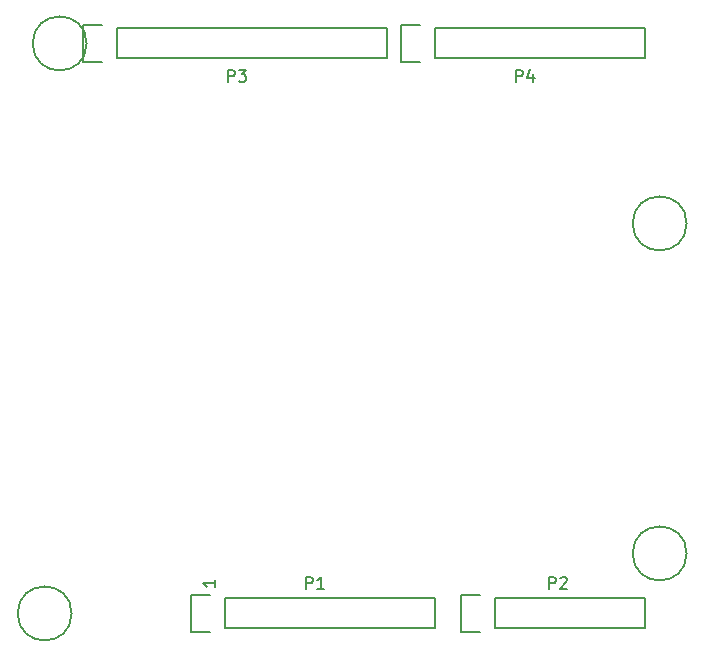
<source format=gbr>
G04 #@! TF.GenerationSoftware,KiCad,Pcbnew,(5.0.0)*
G04 #@! TF.CreationDate,2018-10-08T08:30:27+02:00*
G04 #@! TF.ProjectId,testCours,74657374436F7572732E6B696361645F,rev?*
G04 #@! TF.SameCoordinates,Original*
G04 #@! TF.FileFunction,Legend,Top*
G04 #@! TF.FilePolarity,Positive*
%FSLAX46Y46*%
G04 Gerber Fmt 4.6, Leading zero omitted, Abs format (unit mm)*
G04 Created by KiCad (PCBNEW (5.0.0)) date 10/08/18 08:30:27*
%MOMM*%
%LPD*%
G01*
G04 APERTURE LIST*
%ADD10C,0.150000*%
G04 APERTURE END LIST*
D10*
X139390380Y-120999285D02*
X139390380Y-121570714D01*
X139390380Y-121285000D02*
X138390380Y-121285000D01*
X138533238Y-121380238D01*
X138628476Y-121475476D01*
X138676095Y-121570714D01*
G04 #@! TO.C,P1*
X140208000Y-125095000D02*
X157988000Y-125095000D01*
X157988000Y-125095000D02*
X157988000Y-122555000D01*
X157988000Y-122555000D02*
X140208000Y-122555000D01*
X137388000Y-125375000D02*
X138938000Y-125375000D01*
X140208000Y-125095000D02*
X140208000Y-122555000D01*
X138938000Y-122275000D02*
X137388000Y-122275000D01*
X137388000Y-122275000D02*
X137388000Y-125375000D01*
G04 #@! TO.C,P2*
X163068000Y-125095000D02*
X175768000Y-125095000D01*
X175768000Y-125095000D02*
X175768000Y-122555000D01*
X175768000Y-122555000D02*
X163068000Y-122555000D01*
X160248000Y-125375000D02*
X161798000Y-125375000D01*
X163068000Y-125095000D02*
X163068000Y-122555000D01*
X161798000Y-122275000D02*
X160248000Y-122275000D01*
X160248000Y-122275000D02*
X160248000Y-125375000D01*
G04 #@! TO.C,P3*
X131064000Y-76835000D02*
X153924000Y-76835000D01*
X153924000Y-76835000D02*
X153924000Y-74295000D01*
X153924000Y-74295000D02*
X131064000Y-74295000D01*
X128244000Y-77115000D02*
X129794000Y-77115000D01*
X131064000Y-76835000D02*
X131064000Y-74295000D01*
X129794000Y-74015000D02*
X128244000Y-74015000D01*
X128244000Y-74015000D02*
X128244000Y-77115000D01*
G04 #@! TO.C,P4*
X157988000Y-76835000D02*
X175768000Y-76835000D01*
X175768000Y-76835000D02*
X175768000Y-74295000D01*
X175768000Y-74295000D02*
X157988000Y-74295000D01*
X155168000Y-77115000D02*
X156718000Y-77115000D01*
X157988000Y-76835000D02*
X157988000Y-74295000D01*
X156718000Y-74015000D02*
X155168000Y-74015000D01*
X155168000Y-74015000D02*
X155168000Y-77115000D01*
G04 #@! TO.C,P5*
X127254000Y-123825000D02*
G75*
G03X127254000Y-123825000I-2286000J0D01*
G01*
G04 #@! TO.C,P6*
X179324000Y-118745000D02*
G75*
G03X179324000Y-118745000I-2286000J0D01*
G01*
G04 #@! TO.C,P7*
X128524000Y-75565000D02*
G75*
G03X128524000Y-75565000I-2286000J0D01*
G01*
G04 #@! TO.C,P8*
X179324000Y-90805000D02*
G75*
G03X179324000Y-90805000I-2286000J0D01*
G01*
G04 #@! TO.C,P1*
X147089904Y-121737380D02*
X147089904Y-120737380D01*
X147470857Y-120737380D01*
X147566095Y-120785000D01*
X147613714Y-120832619D01*
X147661333Y-120927857D01*
X147661333Y-121070714D01*
X147613714Y-121165952D01*
X147566095Y-121213571D01*
X147470857Y-121261190D01*
X147089904Y-121261190D01*
X148613714Y-121737380D02*
X148042285Y-121737380D01*
X148328000Y-121737380D02*
X148328000Y-120737380D01*
X148232761Y-120880238D01*
X148137523Y-120975476D01*
X148042285Y-121023095D01*
G04 #@! TO.C,P2*
X167663904Y-121737380D02*
X167663904Y-120737380D01*
X168044857Y-120737380D01*
X168140095Y-120785000D01*
X168187714Y-120832619D01*
X168235333Y-120927857D01*
X168235333Y-121070714D01*
X168187714Y-121165952D01*
X168140095Y-121213571D01*
X168044857Y-121261190D01*
X167663904Y-121261190D01*
X168616285Y-120832619D02*
X168663904Y-120785000D01*
X168759142Y-120737380D01*
X168997238Y-120737380D01*
X169092476Y-120785000D01*
X169140095Y-120832619D01*
X169187714Y-120927857D01*
X169187714Y-121023095D01*
X169140095Y-121165952D01*
X168568666Y-121737380D01*
X169187714Y-121737380D01*
G04 #@! TO.C,P3*
X140485904Y-78811380D02*
X140485904Y-77811380D01*
X140866857Y-77811380D01*
X140962095Y-77859000D01*
X141009714Y-77906619D01*
X141057333Y-78001857D01*
X141057333Y-78144714D01*
X141009714Y-78239952D01*
X140962095Y-78287571D01*
X140866857Y-78335190D01*
X140485904Y-78335190D01*
X141390666Y-77811380D02*
X142009714Y-77811380D01*
X141676380Y-78192333D01*
X141819238Y-78192333D01*
X141914476Y-78239952D01*
X141962095Y-78287571D01*
X142009714Y-78382809D01*
X142009714Y-78620904D01*
X141962095Y-78716142D01*
X141914476Y-78763761D01*
X141819238Y-78811380D01*
X141533523Y-78811380D01*
X141438285Y-78763761D01*
X141390666Y-78716142D01*
G04 #@! TO.C,P4*
X164869904Y-78811380D02*
X164869904Y-77811380D01*
X165250857Y-77811380D01*
X165346095Y-77859000D01*
X165393714Y-77906619D01*
X165441333Y-78001857D01*
X165441333Y-78144714D01*
X165393714Y-78239952D01*
X165346095Y-78287571D01*
X165250857Y-78335190D01*
X164869904Y-78335190D01*
X166298476Y-78144714D02*
X166298476Y-78811380D01*
X166060380Y-77763761D02*
X165822285Y-78478047D01*
X166441333Y-78478047D01*
G04 #@! TD*
M02*

</source>
